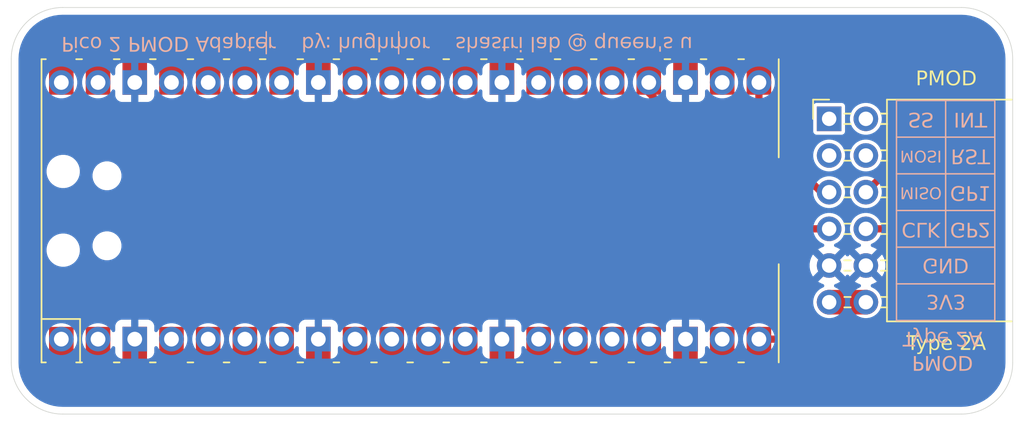
<source format=kicad_pcb>
(kicad_pcb (version 20241229) (generator "pcbnew") (generator_version "9.0")
  (title_block (title "Raspberry Pi Pico 2 PMOD Expander") (date "2026-01-14") (rev "A") (company "Queen's University") (comment 1 "Shastri Lab") (comment 2 "hughmor"))
  (layers (0 "F.Cu" signal) (4 "In1.Cu" signal) (6 "In2.Cu" signal) (2 "B.Cu" signal) (13 "F.Paste" user) (15 "B.Paste" user) (5 "F.SilkS" user "F.Silkscreen") (7 "B.SilkS" user "B.Silkscreen") (1 "F.Mask" user) (3 "B.Mask" user) (25 "Edge.Cuts" user))
  (net 0 "")
  (net 1 "SCK_3V3")
  (net 2 "GND")
  (net 3 "MISO_3V3")
  (net 4 "OE_3V3")
  (net 5 "+3V3")
  (net 6 "CS_3V3")
  (net 7 "DX_3V3")
  (net 8 "RESET_3V3")
  (net 9 "FAULT_3V3")
  (net 10 "MOSI_3V3")
  (footprint "MCU_RaspberryPi_and_Boards:RPi_Pico_SMD_TH" (layer "F.Cu") (at 142.24 99.06 90)
    (property "Reference" "U1" (hide yes))
    (property "Value" "Pico")
    (fp_line (start 10.5 -25.5) (end 10.5 -25.2) (stroke (width 0.12)) (layer "F.SilkS"))
    (fp_line (start -10.5 -25.5) (end 10.5 -25.5) (stroke (width 0.12)) (layer "F.SilkS"))
    (fp_line (start -10.5 -25.5) (end -10.5 -25.2) (stroke (width 0.12)) (layer "F.SilkS"))
    (fp_line (start 10.5 -23.1) (end 10.5 -22.7) (stroke (width 0.12)) (layer "F.SilkS"))
    (fp_line (start -10.5 -23.1) (end -10.5 -22.7) (stroke (width 0.12)) (layer "F.SilkS"))
    (fp_line (start -7.493 -22.833) (end -7.493 -25.5) (stroke (width 0.12)) (layer "F.SilkS"))
    (fp_line (start -10.5 -22.833) (end -7.493 -22.833) (stroke (width 0.12)) (layer "F.SilkS"))
    (fp_line (start 10.5 -20.5) (end 10.5 -20.1) (stroke (width 0.12)) (layer "F.SilkS"))
    (fp_line (start -10.5 -20.5) (end -10.5 -20.1) (stroke (width 0.12)) (layer "F.SilkS"))
    (fp_line (start 10.5 -18) (end 10.5 -17.6) (stroke (width 0.12)) (layer "F.SilkS"))
    (fp_line (start -10.5 -18) (end -10.5 -17.6) (stroke (width 0.12)) (layer "F.SilkS"))
    (fp_line (start 10.5 -15.4) (end 10.5 -15) (stroke (width 0.12)) (layer "F.SilkS"))
    (fp_line (start -10.5 -15.4) (end -10.5 -15) (stroke (width 0.12)) (layer "F.SilkS"))
    (fp_line (start 10.5 -12.9) (end 10.5 -12.5) (stroke (width 0.12)) (layer "F.SilkS"))
    (fp_line (start -10.5 -12.9) (end -10.5 -12.5) (stroke (width 0.12)) (layer "F.SilkS"))
    (fp_line (start 10.5 -10.4) (end 10.5 -10) (stroke (width 0.12)) (layer "F.SilkS"))
    (fp_line (start -10.5 -10.4) (end -10.5 -10) (stroke (width 0.12)) (layer "F.SilkS"))
    (fp_line (start 10.5 -7.8) (end 10.5 -7.4) (stroke (width 0.12)) (layer "F.SilkS"))
    (fp_line (start -10.5 -7.8) (end -10.5 -7.4) (stroke (width 0.12)) (layer "F.SilkS"))
    (fp_line (start 10.5 -5.3) (end 10.5 -4.9) (stroke (width 0.12)) (layer "F.SilkS"))
    (fp_line (start -10.5 -5.3) (end -10.5 -4.9) (stroke (width 0.12)) (layer "F.SilkS"))
    (fp_line (start 10.5 -2.7) (end 10.5 -2.3) (stroke (width 0.12)) (layer "F.SilkS"))
    (fp_line (start -10.5 -2.7) (end -10.5 -2.3) (stroke (width 0.12)) (layer "F.SilkS"))
    (fp_line (start 10.5 -0.2) (end 10.5 0.2) (stroke (width 0.12)) (layer "F.SilkS"))
    (fp_line (start -10.5 -0.2) (end -10.5 0.2) (stroke (width 0.12)) (layer "F.SilkS"))
    (fp_line (start 10.5 2.3) (end 10.5 2.7) (stroke (width 0.12)) (layer "F.SilkS"))
    (fp_line (start -10.5 2.3) (end -10.5 2.7) (stroke (width 0.12)) (layer "F.SilkS"))
    (fp_line (start 10.5 4.9) (end 10.5 5.3) (stroke (width 0.12)) (layer "F.SilkS"))
    (fp_line (start -10.5 4.9) (end -10.5 5.3) (stroke (width 0.12)) (layer "F.SilkS"))
    (fp_line (start 10.5 7.4) (end 10.5 7.8) (stroke (width 0.12)) (layer "F.SilkS"))
    (fp_line (start -10.5 7.4) (end -10.5 7.8) (stroke (width 0.12)) (layer "F.SilkS"))
    (fp_line (start 10.5 10) (end 10.5 10.4) (stroke (width 0.12)) (layer "F.SilkS"))
    (fp_line (start -10.5 10) (end -10.5 10.4) (stroke (width 0.12)) (layer "F.SilkS"))
    (fp_line (start 10.5 12.5) (end 10.5 12.9) (stroke (width 0.12)) (layer "F.SilkS"))
    (fp_line (start -10.5 12.5) (end -10.5 12.9) (stroke (width 0.12)) (layer "F.SilkS"))
    (fp_line (start 10.5 15.1) (end 10.5 15.5) (stroke (width 0.12)) (layer "F.SilkS"))
    (fp_line (start -10.5 15.1) (end -10.5 15.5) (stroke (width 0.12)) (layer "F.SilkS"))
    (fp_line (start 10.5 17.6) (end 10.5 18) (stroke (width 0.12)) (layer "F.SilkS"))
    (fp_line (start -10.5 17.6) (end -10.5 18) (stroke (width 0.12)) (layer "F.SilkS"))
    (fp_line (start 10.5 20.1) (end 10.5 20.5) (stroke (width 0.12)) (layer "F.SilkS"))
    (fp_line (start -10.5 20.1) (end -10.5 20.5) (stroke (width 0.12)) (layer "F.SilkS"))
    (fp_line (start 10.5 22.7) (end 10.5 23.1) (stroke (width 0.12)) (layer "F.SilkS"))
    (fp_line (start -10.5 22.7) (end -10.5 23.1) (stroke (width 0.12)) (layer "F.SilkS"))
    (fp_line (start 10.5 25.5) (end 3.7 25.5) (stroke (width 0.12)) (layer "F.SilkS"))
    (fp_line (start -3.7 25.5) (end -10.5 25.5) (stroke (width 0.12)) (layer "F.SilkS"))
    (pad "" np_thru_hole oval (at -2.725 -24 90) (size 1.8 1.8) (drill 1.8) (layers "*.Cu" "*.Mask"))
    (pad "" np_thru_hole oval (at -2.425 -20.97 90) (size 1.5 1.5) (drill 1.5) (layers "*.Cu" "*.Mask"))
    (pad "" np_thru_hole oval (at 2.425 -20.97 90) (size 1.5 1.5) (drill 1.5) (layers "*.Cu" "*.Mask"))
    (pad "" np_thru_hole oval (at 2.725 -24 90) (size 1.8 1.8) (drill 1.8) (layers "*.Cu" "*.Mask"))
    (pad "1" thru_hole oval (at -8.89 -24.13 90) (size 1.7 1.7) (drill 1.02) (layers "*.Cu" "*.Mask"))
    (pad "1" smd rect (at -8.89 -24.13 90) (size 3.5 1.7) (drill (offset -0.9 0)) (layers "F.Cu" "F.Mask"))
    (pad "2" thru_hole oval (at -8.89 -21.59 90) (size 1.7 1.7) (drill 1.02) (layers "*.Cu" "*.Mask"))
    (pad "2" smd rect (at -8.89 -21.59 90) (size 3.5 1.7) (drill (offset -0.9 0)) (layers "F.Cu" "F.Mask"))
    (pad "3" thru_hole rect (at -8.89 -19.05 90) (size 1.7 1.7) (drill 1.02) (layers "*.Cu" "*.Mask") (net 2 "GND"))
    (pad "3" smd rect (at -8.89 -19.05 90) (size 3.5 1.7) (drill (offset -0.9 0)) (layers "F.Cu" "F.Mask") (net 2 "GND"))
    (pad "4" thru_hole oval (at -8.89 -16.51 90) (size 1.7 1.7) (drill 1.02) (layers "*.Cu" "*.Mask"))
    (pad "4" smd rect (at -8.89 -16.51 90) (size 3.5 1.7) (drill (offset -0.9 0)) (layers "F.Cu" "F.Mask"))
    (pad "5" thru_hole oval (at -8.89 -13.97 90) (size 1.7 1.7) (drill 1.02) (layers "*.Cu" "*.Mask"))
    (pad "5" smd rect (at -8.89 -13.97 90) (size 3.5 1.7) (drill (offset -0.9 0)) (layers "F.Cu" "F.Mask"))
    (pad "6" thru_hole oval (at -8.89 -11.43 90) (size 1.7 1.7) (drill 1.02) (layers "*.Cu" "*.Mask"))
    (pad "6" smd rect (at -8.89 -11.43 90) (size 3.5 1.7) (drill (offset -0.9 0)) (layers "F.Cu" "F.Mask"))
    (pad "7" thru_hole oval (at -8.89 -8.89 90) (size 1.7 1.7) (drill 1.02) (layers "*.Cu" "*.Mask"))
    (pad "7" smd rect (at -8.89 -8.89 90) (size 3.5 1.7) (drill (offset -0.9 0)) (layers "F.Cu" "F.Mask"))
    (pad "8" thru_hole rect (at -8.89 -6.35 90) (size 1.7 1.7) (drill 1.02) (layers "*.Cu" "*.Mask") (net 2 "GND"))
    (pad "8" smd rect (at -8.89 -6.35 90) (size 3.5 1.7) (drill (offset -0.9 0)) (layers "F.Cu" "F.Mask") (net 2 "GND"))
    (pad "9" thru_hole oval (at -8.89 -3.81 90) (size 1.7 1.7) (drill 1.02) (layers "*.Cu" "*.Mask"))
    (pad "9" smd rect (at -8.89 -3.81 90) (size 3.5 1.7) (drill (offset -0.9 0)) (layers "F.Cu" "F.Mask"))
    (pad "10" thru_hole oval (at -8.89 -1.27 90) (size 1.7 1.7) (drill 1.02) (layers "*.Cu" "*.Mask"))
    (pad "10" smd rect (at -8.89 -1.27 90) (size 3.5 1.7) (drill (offset -0.9 0)) (layers "F.Cu" "F.Mask"))
    (pad "11" thru_hole oval (at -8.89 1.27 90) (size 1.7 1.7) (drill 1.02) (layers "*.Cu" "*.Mask"))
    (pad "11" smd rect (at -8.89 1.27 90) (size 3.5 1.7) (drill (offset -0.9 0)) (layers "F.Cu" "F.Mask"))
    (pad "12" thru_hole oval (at -8.89 3.81 90) (size 1.7 1.7) (drill 1.02) (layers "*.Cu" "*.Mask"))
    (pad "12" smd rect (at -8.89 3.81 90) (size 3.5 1.7) (drill (offset -0.9 0)) (layers "F.Cu" "F.Mask"))
    (pad "13" thru_hole rect (at -8.89 6.35 90) (size 1.7 1.7) (drill 1.02) (layers "*.Cu" "*.Mask") (net 2 "GND"))
    (pad "13" smd rect (at -8.89 6.35 90) (size 3.5 1.7) (drill (offset -0.9 0)) (layers "F.Cu" "F.Mask") (net 2 "GND"))
    (pad "14" thru_hole oval (at -8.89 8.89 90) (size 1.7 1.7) (drill 1.02) (layers "*.Cu" "*.Mask"))
    (pad "14" smd rect (at -8.89 8.89 90) (size 3.5 1.7) (drill (offset -0.9 0)) (layers "F.Cu" "F.Mask"))
    (pad "15" thru_hole oval (at -8.89 11.43 90) (size 1.7 1.7) (drill 1.02) (layers "*.Cu" "*.Mask"))
    (pad "15" smd rect (at -8.89 11.43 90) (size 3.5 1.7) (drill (offset -0.9 0)) (layers "F.Cu" "F.Mask"))
    (pad "16" thru_hole oval (at -8.89 13.97 90) (size 1.7 1.7) (drill 1.02) (layers "*.Cu" "*.Mask"))
    (pad "16" smd rect (at -8.89 13.97 90) (size 3.5 1.7) (drill (offset -0.9 0)) (layers "F.Cu" "F.Mask"))
    (pad "17" thru_hole oval (at -8.89 16.51 90) (size 1.7 1.7) (drill 1.02) (layers "*.Cu" "*.Mask"))
    (pad "17" smd rect (at -8.89 16.51 90) (size 3.5 1.7) (drill (offset -0.9 0)) (layers "F.Cu" "F.Mask"))
    (pad "18" thru_hole rect (at -8.89 19.05 90) (size 1.7 1.7) (drill 1.02) (layers "*.Cu" "*.Mask") (net 2 "GND"))
    (pad "18" smd rect (at -8.89 19.05 90) (size 3.5 1.7) (drill (offset -0.9 0)) (layers "F.Cu" "F.Mask") (net 2 "GND"))
    (pad "19" thru_hole oval (at -8.89 21.59 90) (size 1.7 1.7) (drill 1.02) (layers "*.Cu" "*.Mask"))
    (pad "19" smd rect (at -8.89 21.59 90) (size 3.5 1.7) (drill (offset -0.9 0)) (layers "F.Cu" "F.Mask"))
    (pad "20" thru_hole oval (at -8.89 24.13 90) (size 1.7 1.7) (drill 1.02) (layers "*.Cu" "*.Mask") (net 7 "DX_3V3"))
    (pad "20" smd rect (at -8.89 24.13 90) (size 3.5 1.7) (drill (offset -0.9 0)) (layers "F.Cu" "F.Mask") (net 7 "DX_3V3"))
    (pad "21" thru_hole oval (at 8.89 24.13 90) (size 1.7 1.7) (drill 1.02) (layers "*.Cu" "*.Mask") (net 3 "MISO_3V3"))
    (pad "21" smd rect (at 8.89 24.13 90) (size 3.5 1.7) (drill (offset 0.9 0)) (layers "F.Cu" "F.Mask") (net 3 "MISO_3V3"))
    (pad "22" thru_hole oval (at 8.89 21.59 90) (size 1.7 1.7) (drill 1.02) (layers "*.Cu" "*.Mask") (net 6 "CS_3V3"))
    (pad "22" smd rect (at 8.89 21.59 90) (size 3.5 1.7) (drill (offset 0.9 0)) (layers "F.Cu" "F.Mask") (net 6 "CS_3V3"))
    (pad "23" thru_hole rect (at 8.89 19.05 90) (size 1.7 1.7) (drill 1.02) (layers "*.Cu" "*.Mask") (net 2 "GND"))
    (pad "23" smd rect (at 8.89 19.05 90) (size 3.5 1.7) (drill (offset 0.9 0)) (layers "F.Cu" "F.Mask") (net 2 "GND"))
    (pad "24" thru_hole oval (at 8.89 16.51 90) (size 1.7 1.7) (drill 1.02) (layers "*.Cu" "*.Mask") (net 1 "SCK_3V3"))
    (pad "24" smd rect (at 8.89 16.51 90) (size 3.5 1.7) (drill (offset 0.9 0)) (layers "F.Cu" "F.Mask") (net 1 "SCK_3V3"))
    (pad "25" thru_hole oval (at 8.89 13.97 90) (size 1.7 1.7) (drill 1.02) (layers "*.Cu" "*.Mask") (net 10 "MOSI_3V3"))
    (pad "25" smd rect (at 8.89 13.97 90) (size 3.5 1.7) (drill (offset 0.9 0)) (layers "F.Cu" "F.Mask") (net 10 "MOSI_3V3"))
    (pad "26" thru_hole oval (at 8.89 11.43 90) (size 1.7 1.7) (drill 1.02) (layers "*.Cu" "*.Mask") (net 9 "FAULT_3V3"))
    (pad "26" smd rect (at 8.89 11.43 90) (size 3.5 1.7) (drill (offset 0.9 0)) (layers "F.Cu" "F.Mask") (net 9 "FAULT_3V3"))
    (pad "27" thru_hole oval (at 8.89 8.89 90) (size 1.7 1.7) (drill 1.02) (layers "*.Cu" "*.Mask") (net 4 "OE_3V3"))
    (pad "27" smd rect (at 8.89 8.89 90) (size 3.5 1.7) (drill (offset 0.9 0)) (layers "F.Cu" "F.Mask") (net 4 "OE_3V3"))
    (pad "28" thru_hole rect (at 8.89 6.35 90) (size 1.7 1.7) (drill 1.02) (layers "*.Cu" "*.Mask") (net 2 "GND"))
    (pad "28" smd rect (at 8.89 6.35 90) (size 3.5 1.7) (drill (offset 0.9 0)) (layers "F.Cu" "F.Mask") (net 2 "GND"))
    (pad "29" thru_hole oval (at 8.89 3.81 90) (size 1.7 1.7) (drill 1.02) (layers "*.Cu" "*.Mask") (net 8 "RESET_3V3"))
    (pad "29" smd rect (at 8.89 3.81 90) (size 3.5 1.7) (drill (offset 0.9 0)) (layers "F.Cu" "F.Mask") (net 8 "RESET_3V3"))
    (pad "30" thru_hole oval (at 8.89 1.27 90) (size 1.7 1.7) (drill 1.02) (layers "*.Cu" "*.Mask"))
    (pad "30" smd rect (at 8.89 1.27 90) (size 3.5 1.7) (drill (offset 0.9 0)) (layers "F.Cu" "F.Mask"))
    (pad "31" thru_hole oval (at 8.89 -1.27 90) (size 1.7 1.7) (drill 1.02) (layers "*.Cu" "*.Mask"))
    (pad "31" smd rect (at 8.89 -1.27 90) (size 3.5 1.7) (drill (offset 0.9 0)) (layers "F.Cu" "F.Mask"))
    (pad "32" thru_hole oval (at 8.89 -3.81 90) (size 1.7 1.7) (drill 1.02) (layers "*.Cu" "*.Mask"))
    (pad "32" smd rect (at 8.89 -3.81 90) (size 3.5 1.7) (drill (offset 0.9 0)) (layers "F.Cu" "F.Mask"))
    (pad "33" thru_hole rect (at 8.89 -6.35 90) (size 1.7 1.7) (drill 1.02) (layers "*.Cu" "*.Mask") (net 2 "GND"))
    (pad "33" smd rect (at 8.89 -6.35 90) (size 3.5 1.7) (drill (offset 0.9 0)) (layers "F.Cu" "F.Mask") (net 2 "GND"))
    (pad "34" thru_hole oval (at 8.89 -8.89 90) (size 1.7 1.7) (drill 1.02) (layers "*.Cu" "*.Mask"))
    (pad "34" smd rect (at 8.89 -8.89 90) (size 3.5 1.7) (drill (offset 0.9 0)) (layers "F.Cu" "F.Mask"))
    (pad "35" thru_hole oval (at 8.89 -11.43 90) (size 1.7 1.7) (drill 1.02) (layers "*.Cu" "*.Mask"))
    (pad "35" smd rect (at 8.89 -11.43 90) (size 3.5 1.7) (drill (offset 0.9 0)) (layers "F.Cu" "F.Mask"))
    (pad "36" thru_hole oval (at 8.89 -13.97 90) (size 1.7 1.7) (drill 1.02) (layers "*.Cu" "*.Mask") (net 5 "+3V3"))
    (pad "36" smd rect (at 8.89 -13.97 90) (size 3.5 1.7) (drill (offset 0.9 0)) (layers "F.Cu" "F.Mask") (net 5 "+3V3"))
    (pad "37" thru_hole oval (at 8.89 -16.51 90) (size 1.7 1.7) (drill 1.02) (layers "*.Cu" "*.Mask"))
    (pad "37" smd rect (at 8.89 -16.51 90) (size 3.5 1.7) (drill (offset 0.9 0)) (layers "F.Cu" "F.Mask"))
    (pad "38" thru_hole rect (at 8.89 -19.05 90) (size 1.7 1.7) (drill 1.02) (layers "*.Cu" "*.Mask") (net 2 "GND"))
    (pad "38" smd rect (at 8.89 -19.05 90) (size 3.5 1.7) (drill (offset 0.9 0)) (layers "F.Cu" "F.Mask") (net 2 "GND"))
    (pad "39" thru_hole oval (at 8.89 -21.59 90) (size 1.7 1.7) (drill 1.02) (layers "*.Cu" "*.Mask"))
    (pad "39" smd rect (at 8.89 -21.59 90) (size 3.5 1.7) (drill (offset 0.9 0)) (layers "F.Cu" "F.Mask"))
    (pad "40" thru_hole oval (at 8.89 -24.13 90) (size 1.7 1.7) (drill 1.02) (layers "*.Cu" "*.Mask"))
    (pad "40" smd rect (at 8.89 -24.13 90) (size 3.5 1.7) (drill (offset 0.9 0)) (layers "F.Cu" "F.Mask"))
  )
  (footprint "Connector_PinSocket_2.54mm:PinSocket_2x06_PMOD_Host" (layer "F.Cu") (at 171.228001 92.690001 180)
    (property "Reference" "PMOD" (hide yes))
    (property "Value" "Conn_01x12")
    (fp_line (start 1.110001 0) (end 1.110001 1.33) (stroke (width 0.12)) (layer "F.SilkS"))
    (fp_line (start 0 1.33) (end 1.110001 1.33) (stroke (width 0.12)) (layer "F.SilkS"))
    (fp_line (start -1.49 -2.18) (end -1.05 -2.18) (stroke (width 0.12)) (layer "F.SilkS"))
    (fp_line (start -1.49 -2.9) (end -1.05 -2.9) (stroke (width 0.12)) (layer "F.SilkS"))
    (fp_line (start -1.49 -4.72) (end -1.05 -4.72) (stroke (width 0.12)) (layer "F.SilkS"))
    (fp_line (start -1.49 -5.44) (end -1.05 -5.44) (stroke (width 0.12)) (layer "F.SilkS"))
    (fp_line (start -1.49 -7.26) (end -1.05 -7.26) (stroke (width 0.12)) (layer "F.SilkS"))
    (fp_line (start -1.49 -7.98) (end -1.05 -7.98) (stroke (width 0.12)) (layer "F.SilkS"))
    (fp_line (start -1.49 -10.52) (end -1.05 -10.52) (stroke (width 0.12)) (layer "F.SilkS"))
    (fp_line (start -1.49 -12.34) (end -1.05 -12.34) (stroke (width 0.12)) (layer "F.SilkS"))
    (fp_line (start -1.490001 0.36) (end -1.050001 0.36) (stroke (width 0.12)) (layer "F.SilkS"))
    (fp_line (start -1.490001 0.36) (end -1.11 0.36) (stroke (width 0.12)) (layer "F.SilkS"))
    (fp_line (start -1.490001 -0.36) (end -1.050001 -0.36) (stroke (width 0.12)) (layer "F.SilkS"))
    (fp_line (start -1.490001 -0.36) (end -1.11 -0.36) (stroke (width 0.12)) (layer "F.SilkS"))
    (fp_line (start -1.490001 -9.8) (end -1.050001 -9.8) (stroke (width 0.12)) (layer "F.SilkS"))
    (fp_line (start -1.490001 -13.06) (end -1.050001 -13.06) (stroke (width 0.12)) (layer "F.SilkS"))
    (fp_line (start -4 -2.18) (end -3.59 -2.18) (stroke (width 0.12)) (layer "F.SilkS"))
    (fp_line (start -4 -2.9) (end -3.59 -2.9) (stroke (width 0.12)) (layer "F.SilkS"))
    (fp_line (start -4 -4.72) (end -3.59 -4.72) (stroke (width 0.12)) (layer "F.SilkS"))
    (fp_line (start -4 -5.44) (end -3.59 -5.44) (stroke (width 0.12)) (layer "F.SilkS"))
    (fp_line (start -4 -7.26) (end -3.59 -7.26) (stroke (width 0.12)) (layer "F.SilkS"))
    (fp_line (start -4 -7.98) (end -3.59 -7.98) (stroke (width 0.12)) (layer "F.SilkS"))
    (fp_line (start -4 -10.52) (end -3.59 -10.52) (stroke (width 0.12)) (layer "F.SilkS"))
    (fp_line (start -4 -12.34) (end -3.59 -12.34) (stroke (width 0.12)) (layer "F.SilkS"))
    (fp_line (start -4 -14.03) (end -4 1.33) (stroke (width 0.12)) (layer "F.SilkS"))
    (fp_line (start -4.000001 0.36) (end -3.59 0.36) (stroke (width 0.12)) (layer "F.SilkS"))
    (fp_line (start -4.000001 0.36) (end -3.59 0.36) (stroke (width 0.12)) (layer "F.SilkS"))
    (fp_line (start -4.000001 -0.36) (end -3.59 -0.36) (stroke (width 0.12)) (layer "F.SilkS"))
    (fp_line (start -4.000001 -0.36) (end -3.59 -0.36) (stroke (width 0.12)) (layer "F.SilkS"))
    (fp_line (start -4.000001 -9.8) (end -3.59 -9.8) (stroke (width 0.12)) (layer "F.SilkS"))
    (fp_line (start -4.000001 -13.06) (end -3.59 -13.06) (stroke (width 0.12)) (layer "F.SilkS"))
    (fp_line (start -12.630001 1.33) (end -4 1.33) (stroke (width 0.12)) (layer "F.SilkS"))
    (fp_line (start -12.630001 -14.03) (end -4 -14.03) (stroke (width 0.12)) (layer "F.SilkS"))
    (fp_text user "3V3" (at -8.08 -12.61 180) (layer "B.SilkS") (effects (font (thickness 0.1)) (justify mirror)))
    (fp_text user "GND" (at -8.06 -10.1 180) (layer "B.SilkS") (effects (font (thickness 0.1)) (justify mirror)))
    (pad "1" thru_hole rect (at 0 0 180) (size 1.7 1.7) (drill 1) (layers "*.Cu" "*.Mask") (net 6 "CS_3V3"))
    (pad "2" thru_hole circle (at 0 -2.54 180) (size 1.7 1.7) (drill 1) (layers "*.Cu" "*.Mask") (net 10 "MOSI_3V3"))
    (pad "3" thru_hole circle (at 0 -5.079999 180) (size 1.7 1.7) (drill 1) (layers "*.Cu" "*.Mask") (net 3 "MISO_3V3"))
    (pad "4" thru_hole circle (at 0 -7.62 180) (size 1.7 1.7) (drill 1) (layers "*.Cu" "*.Mask") (net 1 "SCK_3V3"))
    (pad "5" thru_hole circle (at 0 -10.16 180) (size 1.7 1.7) (drill 1) (layers "*.Cu" "*.Mask") (net 2 "GND"))
    (pad "6" thru_hole circle (at 0 -12.7 180) (size 1.7 1.7) (drill 1) (layers "*.Cu" "*.Mask") (net 5 "+3V3"))
    (pad "7" thru_hole circle (at -2.54 0 180) (size 1.7 1.7) (drill 1) (layers "*.Cu" "*.Mask") (net 9 "FAULT_3V3"))
    (pad "8" thru_hole circle (at -2.54 -2.54 180) (size 1.7 1.7) (drill 1) (layers "*.Cu" "*.Mask") (net 8 "RESET_3V3"))
    (pad "9" thru_hole circle (at -2.54 -5.08 180) (size 1.7 1.7) (drill 1) (layers "*.Cu" "*.Mask") (net 4 "OE_3V3"))
    (pad "10" thru_hole circle (at -2.54 -7.62 180) (size 1.7 1.7) (drill 1) (layers "*.Cu" "*.Mask") (net 7 "DX_3V3"))
    (pad "11" thru_hole circle (at -2.54 -10.16 180) (size 1.7 1.7) (drill 1) (layers "*.Cu" "*.Mask") (net 2 "GND"))
    (pad "12" thru_hole circle (at -2.54 -12.7 180) (size 1.7 1.7) (drill 1) (layers "*.Cu" "*.Mask") (net 5 "+3V3"))
  )
  (gr_line (start 182.688 104.120001) (end 175.888 104.120001) (stroke (width 0.1)) (layer "B.SilkS"))
  (gr_line (start 182.688 99.04) (end 175.888 99.040001) (stroke (width 0.1)) (layer "B.SilkS"))
  (gr_line (start 182.688 106.66) (end 175.888 106.66) (stroke (width 0.1)) (layer "B.SilkS"))
  (gr_line (start 182.688 96.5) (end 175.888 96.5) (stroke (width 0.1)) (layer "B.SilkS"))
  (gr_line (start 141.448 88.180001) (end 141.448 86.660001) (stroke (width 0.1)) (layer "B.SilkS"))
  (gr_line (start 182.688 91.420001) (end 175.888 91.420001) (stroke (width 0.1)) (layer "B.SilkS"))
  (gr_line (start 179.288 91.420001) (end 179.288 101.58) (stroke (width 0.1)) (layer "B.SilkS"))
  (gr_line (start 132.288001 88.180001) (end 132.288 86.660001) (stroke (width 0.1)) (layer "B.SilkS"))
  (gr_line (start 182.688 93.960001) (end 175.888 93.960001) (stroke (width 0.1)) (layer "B.SilkS"))
  (gr_line (start 182.688 106.66) (end 182.688 91.420001) (stroke (width 0.1)) (layer "B.SilkS"))
  (gr_line (start 175.888 91.420001) (end 175.888 106.66) (stroke (width 0.1)) (layer "B.SilkS"))
  (gr_line (start 182.688 101.580001) (end 175.888 101.58) (stroke (width 0.1)) (layer "B.SilkS"))
  (gr_arc (start 114.648 88.540001) (mid 115.6907 86.022701) (end 118.208001 84.98) (stroke (width 0.05)) (layer "Edge.Cuts"))
  (gr_arc (start 180.368 84.98) (mid 182.8853 86.0227) (end 183.928 88.540001) (stroke (width 0.05)) (layer "Edge.Cuts"))
  (gr_arc (start 118.208001 113.14) (mid 115.690701 112.0973) (end 114.648 109.58) (stroke (width 0.05)) (layer "Edge.Cuts"))
  (gr_line (start 114.648 109.58) (end 114.648 88.540001) (stroke (width 0.05)) (layer "Edge.Cuts"))
  (gr_line (start 118.208001 84.98) (end 180.368 84.98) (stroke (width 0.05)) (layer "Edge.Cuts"))
  (gr_line (start 118.208001 113.14) (end 180.368 113.14) (stroke (width 0.05)) (layer "Edge.Cuts"))
  (gr_arc (start 183.928 109.580001) (mid 182.8853 112.097301) (end 180.368 113.14) (stroke (width 0.05)) (layer "Edge.Cuts"))
  (gr_line (start 183.928 109.580001) (end 183.928 88.540001) (stroke (width 0.05)) (layer "Edge.Cuts"))
  (gr_text "PMOD" (at 179.33 89.95 0) (layer "F.SilkS") (effects (font (size 1 1) (thickness 0.1))))
  (gr_text "Type 2A" (at 179.330001 108.28 0) (layer "F.SilkS") (effects (font (size 1 1) (thickness 0.1))))
  (gr_text "CLK" (at 177.575 100.310001 180) (layer "B.SilkS") (effects (font (size 1 1) (thickness 0.1)) (justify mirror)))
  (gr_text "INT" (at 181 92.690001 180) (layer "B.SilkS") (effects (font (size 1 1) (thickness 0.1)) (justify mirror)))
  (gr_text "RST" (at 181 95.230001 180) (layer "B.SilkS") (effects (font (size 1 1) (thickness 0.1)) (justify mirror)))
  (gr_text "MOSI" (at 177.575 95.230001 180) (layer "B.SilkS") (effects (font (size 0.8 0.8) (thickness 0.1)) (justify mirror)))
  (gr_text "GP2" (at 181 100.310001 180) (layer "B.SilkS") (effects (font (size 1 1) (thickness 0.1)) (justify mirror)))
  (gr_text "Pico 2 PMOD Adapter    by: hughmor    shastri lab @ queen's u" (at 118.11 86.852001 180) (layer "B.SilkS") (effects (font (size 1 1) (thickness 0.1)) (justify left bottom mirror)))
  (gr_text "SS" (at 177.575 92.690001 180) (layer "B.SilkS") (effects (font (size 1 1) (thickness 0.1)) (justify mirror)))
  (gr_text "MISO" (at 177.575 97.770001 180) (layer "B.SilkS") (effects (font (size 0.8 0.8) (thickness 0.1)) (justify mirror)))
  (gr_text "GP1" (at 181 97.770001 180) (layer "B.SilkS") (effects (font (size 1 1) (thickness 0.1)) (justify mirror)))
  (gr_text "PMOD\nType 2A" (at 179.07 108.696 180) (layer "B.SilkS") (effects (font (size 1 1) (thickness 0.1)) (justify mirror)))
  (segment (start 158.75 90.872) (end 158.75 90.17) (width 0.5) (layer "F.Cu") (net 1))
  (segment (start 168.188001 100.31) (end 158.75 90.872) (width 0.5) (layer "F.Cu") (net 1))
  (segment (start 171.228 100.31) (end 168.188001 100.31) (width 0.5) (layer "F.Cu") (net 1))
  (segment (start 166.37 90.170001) (end 166.37 93.456001) (width 0.5) (layer "F.Cu") (net 3))
  (segment (start 170.683999 97.769999) (end 171.228 97.769999) (width 0.5) (layer "F.Cu") (net 3))
  (segment (start 166.37 93.456001) (end 170.683999 97.769999) (width 0.5) (layer "F.Cu") (net 3))
  (segment (start 175.918 95.62) (end 175.918 91.08) (width 0.5) (layer "F.Cu") (net 4))
  (segment (start 151.130001 88.308001) (end 151.13 90.17) (width 0.5) (layer "F.Cu") (net 4))
  (segment (start 175.918 91.08) (end 171.308001 86.47) (width 0.5) (layer "F.Cu") (net 4))
  (segment (start 173.768 97.77) (end 175.918 95.62) (width 0.5) (layer "F.Cu") (net 4))
  (segment (start 171.308001 86.47) (end 152.968 86.470001) (width 0.5) (layer "F.Cu") (net 4))
  (segment (start 152.968 86.470001) (end 151.130001 88.308001) (width 0.5) (layer "F.Cu") (net 4))
  (segment (start 171.228001 105.390001) (end 173.768 105.390001) (width 1.7) (layer "F.Cu") (net 5))
  (segment (start 175.256 100.31) (end 173.768 100.31) (width 0.5) (layer "F.Cu") (net 7))
  (segment (start 176.276001 106.918) (end 176.276 101.330001) (width 0.5) (layer "F.Cu") (net 7))
  (segment (start 166.37 107.95) (end 175.244 107.950001) (width 0.5) (layer "F.Cu") (net 7))
  (segment (start 175.244 107.950001) (end 176.276001 106.918) (width 0.5) (layer "F.Cu") (net 7))
  (segment (start 176.276 101.330001) (end 175.256 100.31) (width 0.5) (layer "F.Cu") (net 7))
  (zone (net 2) (net_name "GND") (layers "B.Cu" "In1.Cu") (connect_pads (clearance 0.25)) (min_thickness 0.25) (fill yes (thermal_gap 0.5) (thermal_bridge_width 0.5))
    (polygon (pts (xy 182.158 84.46) (xy 184.728001 87.030001) (xy 184.728 111.33) (xy 181.808 114.25) (xy 117.118 114.25) (xy 113.868001 111) (xy 113.868 87.04) (xy 116.448 84.46)))
  )
)
</source>
